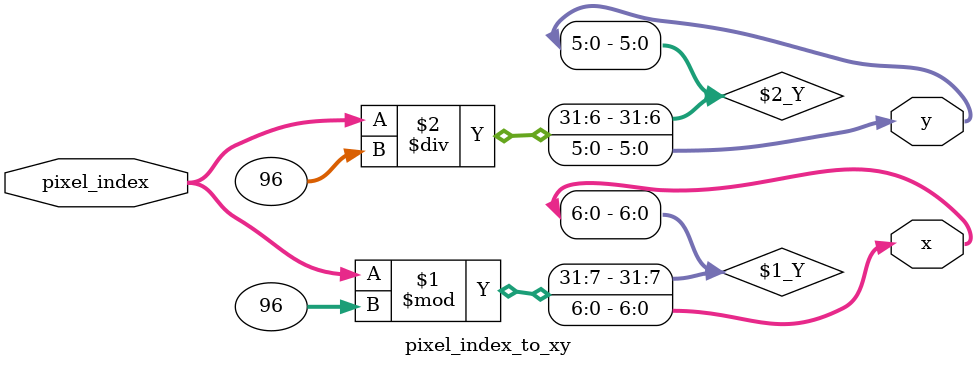
<source format=v>
module pixel_index_to_xy(pixel_index, x, y);
input [12:0]pixel_index;
output [6:0]x;
output [5:0]y;
assign x = pixel_index % 96;
assign y = pixel_index / 96;
endmodule
</source>
